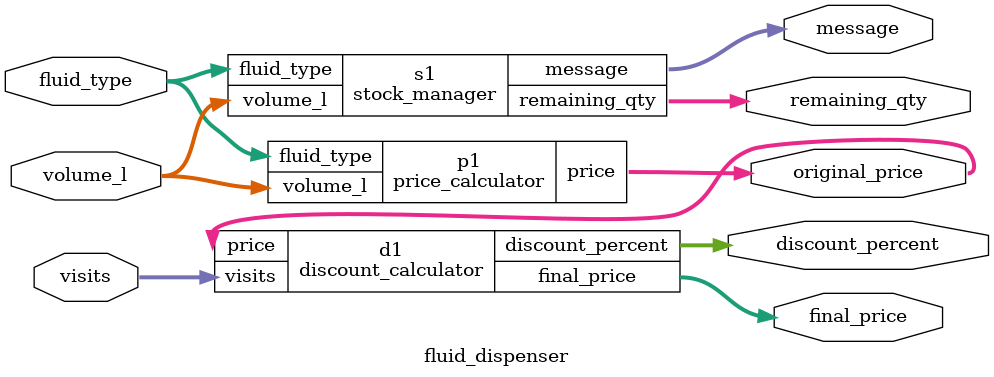
<source format=v>
`timescale 1ns/1ps

module dff (input d, input clk, input reset, output reg q);
    always @(posedge clk or posedge reset)
        if (reset) q <= 0;
        else q <= d;
endmodule

// ----------------------------
// 4-bit Binary Counter (enabled)
// ----------------------------
module counter4 (input clk, input reset, input enable, output [3:0] q);
    wire [3:0] d;
    wire t1, t2, t3;

    xor (d[0], q[0], enable);
    and (t1, q[0], enable);
    xor (d[1], q[1], t1);
    and (t2, q[0], q[1], enable);
    xor (d[2], q[2], t2);
    and (t3, q[0], q[1], q[2], enable);
    xor (d[3], q[3], t3);

    dff ff0 (d[0], clk, reset, q[0]);
    dff ff1 (d[1], clk, reset, q[1]);
    dff ff2 (d[2], clk, reset, q[2]);
    dff ff3 (d[3], clk, reset, q[3]);
endmodule

// ----------------------------
// Visit Tracker — Structural (Per-user)
// ----------------------------
module visit_tracker (
    input clk, reset,
    input [3:0] user_id,
    output [7:0] visits
);
    wire [3:0] visit[0:15];
    wire enable[0:15];

    genvar i;
    generate
        for (i = 0; i < 16; i = i + 1) begin : COUNTERS
            assign enable[i] = (user_id == i);  // Only selected user's counter increments
            counter4 c (.clk(clk), .reset(reset), .enable(enable[i]), .q(visit[i]));
        end
    endgenerate

    reg [7:0] out_visit;
    always @(*) begin
        case (user_id)
            4'd0: out_visit = {4'b0000, visit[0]};
            4'd1: out_visit = {4'b0000, visit[1]};
            4'd2: out_visit = {4'b0000, visit[2]};
            4'd3: out_visit = {4'b0000, visit[3]};
            4'd4: out_visit = {4'b0000, visit[4]};
            4'd5: out_visit = {4'b0000, visit[5]};
            4'd6: out_visit = {4'b0000, visit[6]};
            4'd7: out_visit = {4'b0000, visit[7]};
            4'd8: out_visit = {4'b0000, visit[8]};
            4'd9: out_visit = {4'b0000, visit[9]};
            4'd10: out_visit = {4'b0000, visit[10]};
            4'd11: out_visit = {4'b0000, visit[11]};
            4'd12: out_visit = {4'b0000, visit[12]};
            4'd13: out_visit = {4'b0000, visit[13]};
            4'd14: out_visit = {4'b0000, visit[14]};
            4'd15: out_visit = {4'b0000, visit[15]};
        endcase
    end

    assign visits = out_visit;
endmodule

// ------------------------------------
// Price Calculator (with slab pricing)
// ------------------------------------
module price_calculator (
    input [1:0] fluid_type,
    input [7:0] volume_l,
    output reg [15:0] price
);
    reg [15:0] first_part, second_part;

    always @(*) begin
        if (volume_l <= 1) begin
            first_part = volume_l;
            second_part = 0;
        end else begin
            first_part = 1;
            second_part = volume_l - 1;
        end

        case (fluid_type)
            2'b00: price = (first_part * 20) + (second_part * 10); // Water
            2'b01: price = (first_part * 50) + (second_part * 30); // Juice
            2'b10: price = (first_part * 40) + (second_part * 20); // Chemical
            default: price = 0;
        endcase
    end
endmodule

// ------------------------------------
// Discount Calculator
// ------------------------------------
module discount_calculator (
    input [7:0] visits,
    input [15:0] price,
    output reg [7:0] discount_percent,
    output [15:0] final_price
);
    always @(*) begin
        if (visits <= 2)
            discount_percent = 0;
        else if (visits <= 4)
            discount_percent = 10;
        else
            discount_percent = 20;
    end

    assign final_price = price - ((price * discount_percent) / 100);
endmodule

// ------------------------------------
// Stock Manager (Structural)
// ------------------------------------
module stock_manager (
    input [1:0] fluid_type,
    input [7:0] volume_l,
    output reg [15:0] remaining_qty,
    output reg [7:0] message
);
    reg [15:0] water, juice, chemical;

    initial begin
        water = 100;
        juice = 80;
        chemical = 60;
    end

    always @(*) begin
        message = 0;
        case (fluid_type)
            2'b00: begin
                if (volume_l > water) begin
                    message = 1;
                    remaining_qty = water;
                end else remaining_qty = water - volume_l;
            end
            2'b01: begin
                if (volume_l > juice) begin
                    message = 1;
                    remaining_qty = juice;
                end else remaining_qty = juice - volume_l;
            end
            2'b10: begin
                if (volume_l > chemical) begin
                    message = 1;
                    remaining_qty = chemical;
                end else remaining_qty = chemical - volume_l;
            end
            default: message = 1;
        endcase
    end
endmodule

// ------------------------------------
// Top-Level: fluid_dispenser (Structural)
// ------------------------------------
module fluid_dispenser (
    input [1:0] fluid_type,
    input [7:0] volume_l,
    input [7:0] visits,
    output [15:0] original_price,
    output [15:0] final_price,
    output [7:0] discount_percent,
    output [15:0] remaining_qty,
    output [7:0] message
);
    price_calculator p1 (.fluid_type(fluid_type), .volume_l(volume_l), .price(original_price));
    discount_calculator d1 (.visits(visits), .price(original_price),
                            .discount_percent(discount_percent), .final_price(final_price));
    stock_manager s1 (.fluid_type(fluid_type), .volume_l(volume_l),
                      .remaining_qty(remaining_qty), .message(message));
endmodule

</source>
